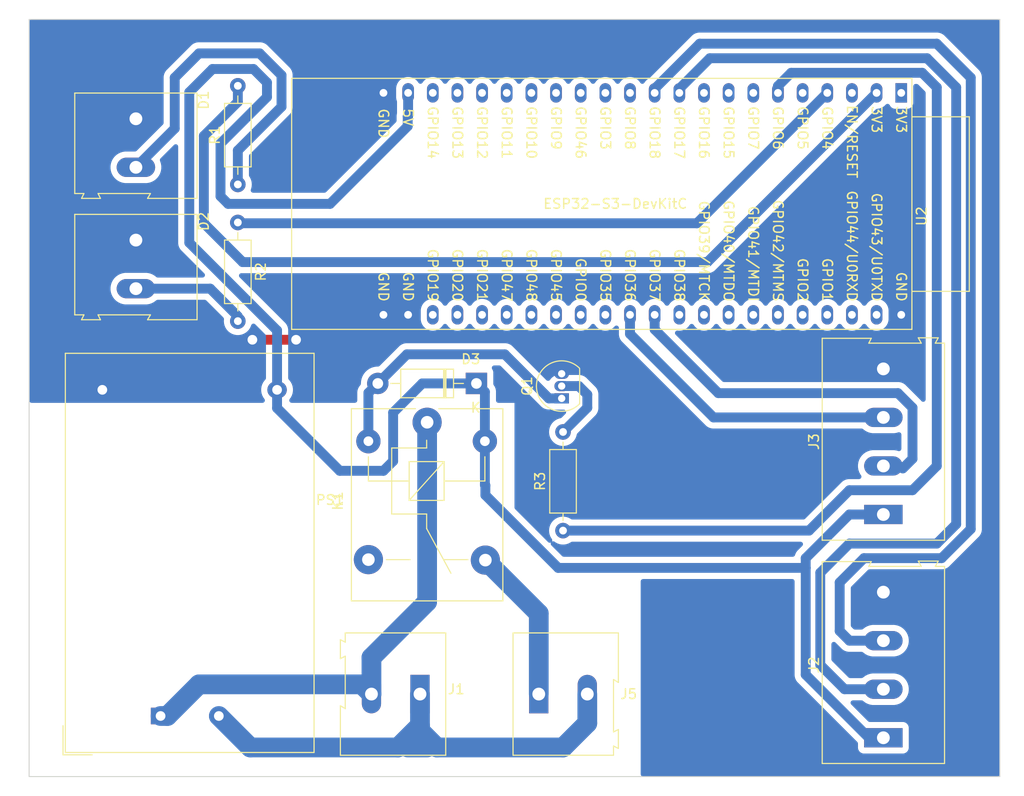
<source format=kicad_pcb>
(kicad_pcb (version 20240108) (generator "pcbnew") (generator_version "8.0")
  (layers (0 "F.Cu" signal) (31 "B.Cu" signal) (34 "B.Paste" user) (35 "F.Paste" user) (36 "B.SilkS" user "B.Silkscreen") (37 "F.SilkS" user "F.Silkscreen") (38 "B.Mask" user) (39 "F.Mask" user) (44 "Edge.Cuts" user))
  (net 0 "")
  (net 1 "5V")
  (net 2 "Net-(D3-A)")
  (net 3 "Net-(J5-Pin_1)")
  (net 4 "GND")
  (net 5 "Net-(Q1-B)")
  (net 7 "Net-(D1-A)")
  (net 8 "Net-(D2-A)")
  (net 16 "TX")
  (net 23 "RX")
  (net 24 "SCL")
  (net 34 "SDA")
  (net 36 "Net-(R1-Pad2)")
  (net 40 "Net-(U2-GPIO4{slash}ADC1_CH3)")
  (net 45 "RELE")
  (net 46 "Neutro")
  (net 47 "FASE")
  (footprint "TerminalBlock:TerminalBlock_Altech_AK300-2_P5.00mm" (layer "F.Cu") (at 79 54.735 -90)
    (property "Reference" "D2" (at -1.92 -6.99 90) (layer "F.SilkS"))
    (property "Value" "LED VERDE")
    (fp_line (start -2.65 6.3) (end 7.7 6.3) (stroke (width 0.12)) (layer "F.SilkS"))
    (fp_line (start 7.7 6.3) (end 7.7 5.35) (stroke (width 0.12)) (layer "F.SilkS"))
    (fp_line (start 8.2 5.6) (end 8.2 3.7) (stroke (width 0.12)) (layer "F.SilkS"))
    (fp_line (start 7.7 5.35) (end 8.2 5.6) (stroke (width 0.12)) (layer "F.SilkS"))
    (fp_line (start 7.7 3.9) (end 7.7 -1.5) (stroke (width 0.12)) (layer "F.SilkS"))
    (fp_line (start 8.2 3.7) (end 8.2 3.65) (stroke (width 0.12)) (layer "F.SilkS"))
    (fp_line (start 8.2 3.65) (end 7.7 3.9) (stroke (width 0.12)) (layer "F.SilkS"))
    (fp_line (start 8.2 -1.2) (end 8.2 -6.3) (stroke (width 0.12)) (layer "F.SilkS"))
    (fp_line (start 7.7 -1.5) (end 8.2 -1.2) (stroke (width 0.12)) (layer "F.SilkS"))
    (fp_line (start -2.65 -6.3) (end -2.65 6.3) (stroke (width 0.12)) (layer "F.SilkS"))
    (fp_line (start 8.2 -6.3) (end -2.65 -6.3) (stroke (width 0.12)) (layer "F.SilkS"))
    (pad "1" thru_hole rect (at 0 0 270) (size 1.98 3.96) (drill 1.32) (layers "*.Cu" "*.Mask") (net 4 "GND"))
    (pad "2" thru_hole oval (at 5 0 270) (size 1.98 3.96) (drill 1.32) (layers "*.Cu" "*.Mask") (net 8 "Net-(D2-A)"))
  )
  (footprint "TerminalBlock:TerminalBlock_Altech_AK300-4_P5.00mm" (layer "F.Cu") (at 156 83 90)
    (property "Reference" "J3" (at 7.5 -7.15 90) (layer "F.SilkS"))
    (property "Value" "LCD")
    (fp_line (start 18.15 -6.3) (end 18.15 -1.25) (stroke (width 0.12)) (layer "F.SilkS"))
    (fp_line (start -2.65 -6.3) (end 18.15 -6.3) (stroke (width 0.12)) (layer "F.SilkS"))
    (fp_line (start 17.65 -1.5) (end 17.65 3.9) (stroke (width 0.12)) (layer "F.SilkS"))
    (fp_line (start 18.15 -1.25) (end 17.65 -1.5) (stroke (width 0.12)) (layer "F.SilkS"))
    (fp_line (start 18.2 3.6) (end 18.2 5.65) (stroke (width 0.12)) (layer "F.SilkS"))
    (fp_line (start 17.65 3.9) (end 18.2 3.6) (stroke (width 0.12)) (layer "F.SilkS"))
    (fp_line (start 17.65 5.35) (end 17.65 6.3) (stroke (width 0.12)) (layer "F.SilkS"))
    (fp_line (start 18.2 5.65) (end 17.65 5.35) (stroke (width 0.12)) (layer "F.SilkS"))
    (fp_line (start 17.65 6.3) (end -2.65 6.3) (stroke (width 0.12)) (layer "F.SilkS"))
    (fp_line (start -2.65 6.3) (end -2.65 -6.3) (stroke (width 0.12)) (layer "F.SilkS"))
    (pad "1" thru_hole rect (at 0 0 90) (size 1.98 3.96) (drill 1.32) (layers "*.Cu" "*.Mask") (net 1 "5V"))
    (pad "2" thru_hole oval (at 5 0 90) (size 1.98 3.96) (drill 1.32) (layers "*.Cu" "*.Mask") (net 24 "SCL"))
    (pad "3" thru_hole oval (at 10 0 90) (size 1.98 3.96) (drill 1.32) (layers "*.Cu" "*.Mask") (net 34 "SDA"))
    (pad "4" thru_hole oval (at 15 0 90) (size 1.98 3.96) (drill 1.32) (layers "*.Cu" "*.Mask") (net 4 "GND"))
  )
  (footprint "Relay_THT:Relay_SPDT_SANYOU_SRD_Series_Form_C" (layer "F.Cu") (at 109 73.5 -90)
    (property "Reference" "K1" (at 8.1 9.2 90) (layer "F.SilkS"))
    (property "Value" "Rele")
    (fp_line (start 18.4 7.8) (end -1.4 7.8) (stroke (width 0.12)) (layer "F.SilkS"))
    (fp_line (start 3.55 6.05) (end 6.05 6.05) (stroke (width 0.12)) (layer "F.SilkS"))
    (fp_line (start 14.15 4.2) (end 14.15 1.75) (stroke (width 0.12)) (layer "F.SilkS"))
    (fp_line (start 9.45 3.65) (end 2.65 3.65) (stroke (width 0.12)) (layer "F.SilkS"))
    (fp_line (start 4.05 1.85) (end 4.05 -1.75) (stroke (width 0.12)) (layer "F.SilkS"))
    (fp_line (start 6.05 1.85) (end 6.05 6.05) (stroke (width 0.12)) (layer "F.SilkS"))
    (fp_line (start 8.05 1.85) (end 4.05 1.85) (stroke (width 0.12)) (layer "F.SilkS"))
    (fp_line (start 8.05 1.85) (end 4.05 -1.75) (stroke (width 0.12)) (layer "F.SilkS"))
    (fp_line (start -1.4 1.2) (end -1.4 7.8) (stroke (width 0.12)) (layer "F.SilkS"))
    (fp_line (start 2.65 0.05) (end 2.65 3.65) (stroke (width 0.12)) (layer "F.SilkS"))
    (fp_line (start 2.65 0.05) (end 1.85 0.05) (stroke (width 0.12)) (layer "F.SilkS"))
    (fp_line (start 9.45 0.05) (end 9.45 3.65) (stroke (width 0.12)) (layer "F.SilkS"))
    (fp_line (start 9.45 0.05) (end 10.95 0.05) (stroke (width 0.12)) (layer "F.SilkS"))
    (fp_line (start 10.95 0.05) (end 15.55 -2.45) (stroke (width 0.12)) (layer "F.SilkS"))
    (fp_line (start 4.05 -1.75) (end 8.05 -1.75) (stroke (width 0.12)) (layer "F.SilkS"))
    (fp_line (start 8.05 -1.75) (end 8.05 1.85) (stroke (width 0.12)) (layer "F.SilkS"))
    (fp_line (start 14.15 -4.2) (end 14.15 -1.7) (stroke (width 0.12)) (layer "F.SilkS"))
    (fp_line (start 6.05 -5.95) (end 6.05 -1.75) (stroke (width 0.12)) (layer "F.SilkS"))
    (fp_line (start 6.05 -5.95) (end 3.55 -5.95) (stroke (width 0.12)) (layer "F.SilkS"))
    (fp_line (start -1.4 -7.8) (end -1.4 -1.2) (stroke (width 0.12)) (layer "F.SilkS"))
    (fp_line (start -1.4 -7.8) (end 18.4 -7.8) (stroke (width 0.12)) (layer "F.SilkS"))
    (fp_line (start 18.4 -7.8) (end 18.4 7.8) (stroke (width 0.12)) (layer "F.SilkS"))
    (pad "1" thru_hole circle (at 0 0) (size 3 3) (drill 1.3) (layers "*.Cu" "*.Mask") (net 47 "FASE"))
    (pad "2" thru_hole circle (at 1.95 6.05) (size 2.5 2.5) (drill 1) (layers "*.Cu" "*.Mask") (net 2 "Net-(D3-A)"))
    (pad "3" thru_hole circle (at 14.15 6.05) (size 3 3) (drill 1.3) (layers "*.Cu" "*.Mask"))
    (pad "4" thru_hole circle (at 14.2 -6) (size 3 3) (drill 1.3) (layers "*.Cu" "*.Mask") (net 3 "Net-(J5-Pin_1)"))
    (pad "5" thru_hole circle (at 1.95 -5.95) (size 2.5 2.5) (drill 1) (layers "*.Cu" "*.Mask") (net 1 "5V"))
  )
  (footprint "Converter_ACDC:Converter_ACDC_Hi-Link_HLK-5Mxx" (layer "F.Cu") (at 81.5425 103.7575 90)
    (property "Reference" "PS1" (at 22.2575 17.4575 180) (layer "F.SilkS"))
    (property "Value" "HLK-5M05")
    (fp_line (start -4 -10.05) (end -1 -10.05) (stroke (width 0.12)) (layer "F.SilkS"))
    (fp_line (start 37.36 -9.81) (end 37.36 15.81) (stroke (width 0.12)) (layer "F.SilkS"))
    (fp_line (start -3.76 -9.81) (end 37.36 -9.81) (stroke (width 0.12)) (layer "F.SilkS"))
    (fp_line (start -3.76 -9.81) (end -3.76 15.81) (stroke (width 0.12)) (layer "F.SilkS"))
    (fp_line (start -4 -7.05) (end -4 -10.05) (stroke (width 0.12)) (layer "F.SilkS"))
    (fp_line (start -3.76 15.81) (end 37.36 15.81) (stroke (width 0.12)) (layer "F.SilkS"))
    (pad "1" thru_hole rect (at 0 0 90) (size 1.7 2) (drill 1) (layers "*.Cu" "*.Mask") (net 47 "FASE"))
    (pad "2" thru_hole oval (at 0 6 90) (size 1.7 2) (drill 1) (layers "*.Cu" "*.Mask") (net 46 "Neutro"))
    (pad "3" thru_hole oval (at 33.6 -6 90) (size 1.7 2) (drill 1) (layers "*.Cu" "*.Mask") (net 4 "GND"))
    (pad "4" thru_hole oval (at 33.6 12 90) (size 1.7 2) (drill 1) (layers "*.Cu" "*.Mask") (net 1 "5V"))
  )
  (footprint "Package_TO_SOT_THT:TO-92_Inline" (layer "F.Cu") (at 122.86 71.04 90)
    (property "Reference" "Q1" (at 1.27 -3.56 90) (layer "F.SilkS"))
    (property "Value" "BC547")
    (fp_line (start -0.53 1.85) (end 3.07 1.85) (stroke (width 0.12)) (layer "F.SilkS"))
    (fp_arc (start 1.27 -2.6) (mid 3.672087 -0.994977) (end 3.108478 1.838478) (stroke (width 0.12)) (layer "F.SilkS"))
    (fp_arc (start -0.568478 1.838478) (mid -1.132087 -0.994977) (end 1.27 -2.6) (stroke (width 0.12)) (layer "F.SilkS"))
    (pad "1" thru_hole rect (at 0 0 90) (size 1.05 1.5) (drill 0.75) (layers "*.Cu" "*.Mask") (net 2 "Net-(D3-A)"))
    (pad "2" thru_hole oval (at 1.27 0 90) (size 1.05 1.5) (drill 0.75) (layers "*.Cu" "*.Mask") (net 5 "Net-(Q1-B)"))
    (pad "3" thru_hole oval (at 2.54 0 90) (size 1.05 1.5) (drill 0.75) (layers "*.Cu" "*.Mask") (net 4 "GND"))
  )
  (footprint "Resistor_THT:R_Axial_DIN0207_L6.3mm_D2.5mm_P10.16mm_Horizontal" (layer "F.Cu") (at 89.5 52.92 -90)
    (property "Reference" "R2" (at 5.08 -2.37 90) (layer "F.SilkS"))
    (property "Value" "1K")
    (fp_line (start 1.81 1.37) (end 8.35 1.37) (stroke (width 0.12)) (layer "F.SilkS"))
    (fp_line (start 8.35 1.37) (end 8.35 -1.37) (stroke (width 0.12)) (layer "F.SilkS"))
    (fp_line (start 1.04 0) (end 1.81 0) (stroke (width 0.12)) (layer "F.SilkS"))
    (fp_line (start 9.12 0) (end 8.35 0) (stroke (width 0.12)) (layer "F.SilkS"))
    (fp_line (start 1.81 -1.37) (end 1.81 1.37) (stroke (width 0.12)) (layer "F.SilkS"))
    (fp_line (start 8.35 -1.37) (end 1.81 -1.37) (stroke (width 0.12)) (layer "F.SilkS"))
    (pad "1" thru_hole circle (at 0 0 270) (size 1.6 1.6) (drill 0.8) (layers "*.Cu" "*.Mask") (net 40 "Net-(U2-GPIO4{slash}ADC1_CH3)"))
    (pad "2" thru_hole oval (at 10.16 0 270) (size 1.6 1.6) (drill 0.8) (layers "*.Cu" "*.Mask") (net 8 "Net-(D2-A)"))
  )
  (footprint "Diode_THT:D_DO-41_SOD81_P10.16mm_Horizontal" (layer "F.Cu") (at 114.08 69.5 180)
    (property "Reference" "D3" (at 0.58 2.5 360) (layer "F.SilkS"))
    (property "Value" "1N4007")
    (fp_line (start 8.82 0) (end 7.8 0) (stroke (width 0.12)) (layer "F.SilkS"))
    (fp_line (start 7.8 1.47) (end 7.8 -1.47) (stroke (width 0.12)) (layer "F.SilkS"))
    (fp_line (start 7.8 -1.47) (end 2.36 -1.47) (stroke (width 0.12)) (layer "F.SilkS"))
    (fp_line (start 3.38 -1.47) (end 3.38 1.47) (stroke (width 0.12)) (layer "F.SilkS"))
    (fp_line (start 3.26 -1.47) (end 3.26 1.47) (stroke (width 0.12)) (layer "F.SilkS"))
    (fp_line (start 3.14 -1.47) (end 3.14 1.47) (stroke (width 0.12)) (layer "F.SilkS"))
    (fp_line (start 2.36 1.47) (end 7.8 1.47) (stroke (width 0.12)) (layer "F.SilkS"))
    (fp_line (start 2.36 -1.47) (end 2.36 1.47) (stroke (width 0.12)) (layer "F.SilkS"))
    (fp_line (start 1.34 0) (end 2.36 0) (stroke (width 0.12)) (layer "F.SilkS"))
    (fp_text user "K" (at 0.08 -2.5 360) (layer "F.SilkS"))
    (pad "1" thru_hole rect (at 0 0 180) (size 2.2 2.2) (drill 1.1) (layers "*.Cu" "*.Mask") (net 1 "5V"))
    (pad "2" thru_hole oval (at 10.16 0 180) (size 2.2 2.2) (drill 1.1) (layers "*.Cu" "*.Mask") (net 2 "Net-(D3-A)"))
  )
  (footprint "TerminalBlock:TerminalBlock_Altech_AK300-2_P5.00mm" (layer "F.Cu") (at 108.265 101.5 180)
    (property "Reference" "J1" (at -3.735 0.5 360) (layer "F.SilkS"))
    (property "Value" "Fonte AC")
    (fp_line (start 8.2 5.6) (end 8.2 3.7) (stroke (width 0.12)) (layer "F.SilkS"))
    (fp_line (start 8.2 3.7) (end 8.2 3.65) (stroke (width 0.12)) (layer "F.SilkS"))
    (fp_line (start 8.2 3.65) (end 7.7 3.9) (stroke (width 0.12)) (layer "F.SilkS"))
    (fp_line (start 8.2 -1.2) (end 8.2 -6.3) (stroke (width 0.12)) (layer "F.SilkS"))
    (fp_line (start 8.2 -6.3) (end -2.65 -6.3) (stroke (width 0.12)) (layer "F.SilkS"))
    (fp_line (start 7.7 6.3) (end 7.7 5.35) (stroke (width 0.12)) (layer "F.SilkS"))
    (fp_line (start 7.7 5.35) (end 8.2 5.6) (stroke (width 0.12)) (layer "F.SilkS"))
    (fp_line (start 7.7 3.9) (end 7.7 -1.5) (stroke (width 0.12)) (layer "F.SilkS"))
    (fp_line (start 7.7 -1.5) (end 8.2 -1.2) (stroke (width 0.12)) (layer "F.SilkS"))
    (fp_line (start -2.65 6.3) (end 7.7 6.3) (stroke (width 0.12)) (layer "F.SilkS"))
    (fp_line (start -2.65 -6.3) (end -2.65 6.3) (stroke (width 0.12)) (layer "F.SilkS"))
    (pad "1" thru_hole rect (at 0 0 180) (size 1.98 3.96) (drill 1.32) (layers "*.Cu" "*.Mask") (net 46 "Neutro"))
    (pad "2" thru_hole oval (at 5 0 180) (size 1.98 3.96) (drill 1.32) (layers "*.Cu" "*.Mask") (net 47 "FASE"))
  )
  (footprint "Resistor_THT:R_Axial_DIN0207_L6.3mm_D2.5mm_P10.16mm_Horizontal" (layer "F.Cu") (at 123 84.66 90)
    (property "Reference" "R3" (at 5.08 -2.37 90) (layer "F.SilkS"))
    (property "Value" "1K")
    (fp_line (start 8.35 -1.37) (end 1.81 -1.37) (stroke (width 0.12)) (layer "F.SilkS"))
    (fp_line (start 1.81 -1.37) (end 1.81 1.37) (stroke (width 0.12)) (layer "F.SilkS"))
    (fp_line (start 9.12 0) (end 8.35 0) (stroke (width 0.12)) (layer "F.SilkS"))
    (fp_line (start 1.04 0) (end 1.81 0) (stroke (width 0.12)) (layer "F.SilkS"))
    (fp_line (start 8.35 1.37) (end 8.35 -1.37) (stroke (width 0.12)) (layer "F.SilkS"))
    (fp_line (start 1.81 1.37) (end 8.35 1.37) (stroke (width 0.12)) (layer "F.SilkS"))
    (pad "1" thru_hole circle (at 0 0 90) (size 1.6 1.6) (drill 0.8) (layers "*.Cu" "*.Mask") (net 45 "RELE"))
    (pad "2" thru_hole oval (at 10.16 0 90) (size 1.6 1.6) (drill 0.8) (layers "*.Cu" "*.Mask") (net 5 "Net-(Q1-B)"))
  )
  (footprint "TerminalBlock:TerminalBlock_Altech_AK300-4_P5.00mm" (layer "F.Cu") (at 156 106 90)
    (property "Reference" "J2" (at 7.5 -7.15 90) (layer "F.SilkS"))
    (property "Value" "PZEM-004T")
    (fp_line (start 18.15 -6.3) (end 18.15 -1.25) (stroke (width 0.12)) (layer "F.SilkS"))
    (fp_line (start -2.65 -6.3) (end 18.15 -6.3) (stroke (width 0.12)) (layer "F.SilkS"))
    (fp_line (start 17.65 -1.5) (end 17.65 3.9) (stroke (width 0.12)) (layer "F.SilkS"))
    (fp_line (start 18.15 -1.25) (end 17.65 -1.5) (stroke (width 0.12)) (layer "F.SilkS"))
    (fp_line (start 18.2 3.6) (end 18.2 5.65) (stroke (width 0.12)) (layer "F.SilkS"))
    (fp_line (start 17.65 3.9) (end 18.2 3.6) (stroke (width 0.12)) (layer "F.SilkS"))
    (fp_line (start 17.65 5.35) (end 17.65 6.3) (stroke (width 0.12)) (layer "F.SilkS"))
    (fp_line (start 18.2 5.65) (end 17.65 5.35) (stroke (width 0.12)) (layer "F.SilkS"))
    (fp_line (start 17.65 6.3) (end -2.65 6.3) (stroke (width 0.12)) (layer "F.SilkS"))
    (fp_line (start -2.65 6.3) (end -2.65 -6.3) (stroke (width 0.12)) (layer "F.SilkS"))
    (pad "1" thru_hole rect (at 0 0 90) (size 1.98 3.96) (drill 1.32) (layers "*.Cu" "*.Mask") (net 1 "5V"))
    (pad "2" thru_hole oval (at 5 0 90) (size 1.98 3.96) (drill 1.32) (layers "*.Cu" "*.Mask") (net 23 "RX"))
    (pad "3" thru_hole oval (at 10 0 90) (size 1.98 3.96) (drill 1.32) (layers "*.Cu" "*.Mask") (net 16 "TX"))
    (pad "4" thru_hole oval (at 15 0 90) (size 1.98 3.96) (drill 1.32) (layers "*.Cu" "*.Mask") (net 4 "GND"))
  )
  (footprint "Resistor_THT:R_Axial_DIN0207_L6.3mm_D2.5mm_P10.16mm_Horizontal" (layer "F.Cu") (at 89.5 49 90)
    (property "Reference" "R1" (at 5.08 -2.37 90) (layer "F.SilkS"))
    (property "Value" "1K")
    (fp_line (start 8.35 -1.37) (end 1.81 -1.37) (stroke (width 0.12)) (layer "F.SilkS"))
    (fp_line (start 1.81 -1.37) (end 1.81 1.37) (stroke (width 0.12)) (layer "F.SilkS"))
    (fp_line (start 9.12 0) (end 8.35 0) (stroke (width 0.12)) (layer "F.SilkS"))
    (fp_line (start 1.04 0) (end 1.81 0) (stroke (width 0.12)) (layer "F.SilkS"))
    (fp_line (start 8.35 1.37) (end 8.35 -1.37) (stroke (width 0.12)) (layer "F.SilkS"))
    (fp_line (start 1.81 1.37) (end 8.35 1.37) (stroke (width 0.12)) (layer "F.SilkS"))
    (pad "1" thru_hole circle (at 0 0 90) (size 1.6 1.6) (drill 0.8) (layers "*.Cu" "*.Mask") (net 7 "Net-(D1-A)"))
    (pad "2" thru_hole oval (at 10.16 0 90) (size 1.6 1.6) (drill 0.8) (layers "*.Cu" "*.Mask") (net 36 "Net-(R1-Pad2)"))
  )
  (footprint "PCM_Espressif:ESP32-S3-DevKitC" (layer "F.Cu") (at 157.84 39.57 -90)
    (property "Reference" "U2" (at 12.7 -2.1 90) (layer "F.SilkS"))
    (property "Value" "ESP32-S3-DevKitC" (at 11.42632 29.46128 0) (layer "F.SilkS"))
    (fp_line (start -1.5 62.79728) (end 24.359999 62.79728) (stroke (width 0.12)) (layer "F.SilkS"))
    (fp_line (start 24.359999 62.79728) (end 24.36 -1.1) (stroke (width 0.12)) (layer "F.SilkS"))
    (fp_line (start -1.499999 -1.1) (end -1.5 62.79728) (stroke (width 0.12)) (layer "F.SilkS"))
    (fp_line (start 24.36 -1.1) (end -1.499999 -1.1) (stroke (width 0.12)) (layer "F.SilkS"))
    (fp_line (start 2.46012 -1.12032) (end 2.46012 -7.01312) (stroke (width 0.12)) (layer "F.SilkS"))
    (fp_line (start 2.46012 -7.01312) (end 20.44332 -7.01312) (stroke (width 0.12)) (layer "F.SilkS"))
    (fp_line (start 20.44332 -7.01312) (end 20.44332 -1.12032) (stroke (width 0.12)) (layer "F.SilkS"))
    (fp_text user "3V3" (at 1.27 2.54 -90) (layer "F.SilkS") (effects (justify left)))
    (fp_text user "GPIO19" (at 21.59 48.26 -90) (layer "F.SilkS") (effects (justify right)))
    (fp_text user "GPIO10" (at 1.27 38.1 -90) (layer "F.SilkS") (effects (justify left)))
    (fp_text user "GPIO14" (at 1.27 48.26 -90) (layer "F.SilkS") (effects (justify left)))
    (fp_text user "GPIO39/MTCK" (at 21.59 20.32 -90) (layer "F.SilkS") (effects (justify right)))
    (fp_text user "GPIO46" (at 1.27 33.02 -90) (layer "F.SilkS") (effects (justify left)))
    (fp_text user "GPIO18" (at 1.27 25.4 -90) (layer "F.SilkS") (effects (justify left)))
    (fp_text user "GPIO45" (at 21.59 35.56 -90) (layer "F.SilkS") (effects (justify right)))
    (fp_text user "GPIO3" (at 1.27 30.48 -90) (layer "F.SilkS") (effects (justify left)))
    (fp_text user "EN/RESET" (at 8.88632 5.07728 -90) (layer "F.SilkS") (effects (justify right)))
    (fp_text user "3V3" (at 1.27 0 -90) (layer "F.SilkS") (effects (justify left)))
    (fp_text user "GPIO5" (at 1.27 10.16 -90) (layer "F.SilkS") (effects (justify left)))
    (fp_text user "GPIO36" (at 21.59 27.94 -90) (layer "F.SilkS") (effects (justify right)))
    (fp_text user "GPIO13" (at 1.27 45.72 -90) (layer "F.SilkS") (effects (justify left)))
    (fp_text user "GPIO8" (at 1.27 27.94 -90) (layer "F.SilkS") (effects (justify left)))
    (fp_text user "GPIO11" (at 1.27 40.64 -90) (layer "F.SilkS") (effects (justify left)))
    (fp_text user "GPIO38" (at 21.59 22.86 -90) (layer "F.SilkS") (effects (justify right)))
    (fp_text user "GPIO41/MTDI" (at 21.59 15.24 -90) (layer "F.SilkS") (effects (justify right)))
    (fp_text user "GPIO6" (at 1.27 12.7 -90) (layer "F.SilkS") (effects (justify left)))
    (fp_text user "GPIO47" (at 21.59 40.64 -90) (layer "F.SilkS") (effects (justify right)))
    (fp_text user "GPIO43/U0TXD" (at 21.59 2.54 -90) (layer "F.SilkS") (effects (justify right)))
    (fp_text user "GPIO35" (at 21.59 30.48 -90) (layer "F.SilkS") (effects (justify right)))
    (fp_text user "GPIO1" (at 21.59 7.62 -90) (layer "F.SilkS") (effects (justify right)))
    (fp_text user "GPIO12" (at 1.27 43.18 -90) (layer "F.SilkS") (effects (justify left)))
    (fp_text user "GPIO20" (at 21.59 45.72 -90) (layer "F.SilkS") (effects (justify right)))
    (fp_text user "GPIO42/MTMS" (at 21.59 12.7 -90) (layer "F.SilkS") (effects (justify right)))
    (fp_text user "GND" (at 21.59 0 -90) (layer "F.SilkS") (effects (justify right)))
    (fp_text user "GPIO44/U0RXD" (at 21.59 5.08 -90) (layer "F.SilkS") (effects (justify right)))
    (fp_text user "GPIO40/MTDO" (at 21.59 17.78 -90) (layer "F.SilkS") (effects (justify right)))
    (fp_text user "GPIO16" (at 1.27 20.32 -90) (layer "F.SilkS") (effects (justify left)))
    (fp_text user "GPIO17" (at 1.27 22.86 -90) (layer "F.SilkS") (effects (justify left)))
    (fp_text user "GPIO7" (at 1.27 15.24 -90) (layer "F.SilkS") (effects (justify left)))
    (fp_text user "GPIO9" (at 1.27 35.56 -90) (layer "F.SilkS") (effects (justify left)))
    (fp_text user "GND" (at 21.59 50.8 -90) (layer "F.SilkS") (effects (justify right)))
    (fp_text user "GPIO48" (at 21.59 38.1 -90) (layer "F.SilkS") (effects (justify right)))
    (fp_text user "GPIO15" (at 1.27 17.78 -90) (layer "F.SilkS") (effects (justify left)))
    (fp_text user "GPIO4" (at 1.27 7.62 -90) (layer "F.SilkS") (effects (justify left)))
    (fp_text user "GPIO21" (at 21.59 43.18 -90) (layer "F.SilkS") (effects (justify right)))
    (fp_text user "GPIO37" (at 21.59 25.4 -90) (layer "F.SilkS") (effects (justify right)))
    (fp_text user "GND" (at 1.52032 53.33728 -90) (layer "F.SilkS") (effects (justify left)))
    (fp_text user "5V" (at 1.52032 50.79728 -90) (layer "F.SilkS") (effects (justify left)))
    (fp_text user "GPIO2" (at 21.59 10.16 -90) (layer "F.SilkS") (effects (justify right)))
    (fp_text user "GND" (at 21.59 53.34 -90) (layer "F.SilkS") (effects (justify right)))
    (fp_text user "GPIO0" (at 21.59 33.02 -90) (layer "F.SilkS") (effects (justify right)))
    (pad "1" thru_hole rect (at 0 0 180) (size 1.2 2) (drill 0.8) (layers "*.Cu" "*.Mask") (net 36 "Net-(R1-Pad2)"))
    (pad "2" thru_hole oval (at 0 2.54 180) (size 1.2 2) (drill 0.8) (layers "*.Cu" "*.Mask") (net 36 "Net-(R1-Pad2)"))
    (pad "3" thru_hole oval (at 0 5.08 180) (size 1.2 2) (drill 0.8) (layers "*.Cu" "*.Mask"))
    (pad "4" thru_hole oval (at 0 7.62 180) (size 1.2 2) (drill 0.8) (layers "*.Cu" "*.Mask") (net 40 "Net-(U2-GPIO4{slash}ADC1_CH3)"))
    (pad "5" thru_hole oval (at 0 10.16 180) (size 1.2 2) (drill 0.8) (layers "*.Cu" "*.Mask"))
    (pad "6" thru_hole oval (at 0 12.7 180) (size 1.2 2) (drill 0.8) (layers "*.Cu" "*.Mask") (net 45 "RELE"))
    (pad "7" thru_hole oval (at 0 15.24 180) (size 1.2 2) (drill 0.8) (layers "*.Cu" "*.Mask"))
    (pad "8" thru_hole oval (at 0 17.78 180) (size 1.2 2) (drill 0.8) (layers "*.Cu" "*.Mask"))
    (pad "9" thru_hole oval (at 0 20.32 180) (size 1.2 2) (drill 0.8) (layers "*.Cu" "*.Mask"))
    (pad "10" thru_hole oval (at 0 22.86 180) (size 1.2 2) (drill 0.8) (layers "*.Cu" "*.Mask") (net 23 "RX"))
    (pad "11" thru_hole oval (at 0 25.4 180) (size 1.2 2) (drill 0.8) (layers "*.Cu" "*.Mask") (net 16 "TX"))
    (pad "12" thru_hole oval (at 0 27.94 180) (size 1.2 2) (drill 0.8) (layers "*.Cu" "*.Mask"))
    (pad "13" thru_hole oval (at 0 30.48 180) (size 1.2 2) (drill 0.8) (layers "*.Cu" "*.Mask"))
    (pad "14" thru_hole oval (at 0 33.02 180) (size 1.2 2) (drill 0.8) (layers "*.Cu" "*.Mask"))
    (pad "15" thru_hole oval (at 0 35.56 180) (size 1.2 2) (drill 0.8) (layers "*.Cu" "*.Mask"))
    (pad "16" thru_hole oval (at 0 38.1 180) (size 1.2 2) (drill 0.8) (layers "*.Cu" "*.Mask"))
    (pad "17" thru_hole oval (at 0 40.64 180) (size 1.2 2) (drill 0.8) (layers "*.Cu" "*.Mask"))
    (pad "18" thru_hole oval (at 0 43.18 180) (size 1.2 2) (drill 0.8) (layers "*.Cu" "*.Mask"))
    (pad "19" thru_hole oval (at 0 45.72 180) (size 1.2 2) (drill 0.8) (layers "*.Cu" "*.Mask"))
    (pad "20" thru_hole oval (at -0.00368 48.25728 180) (size 1.2 2) (drill 0.8) (layers "*.Cu" "*.Mask"))
    (pad "21" thru_hole oval (at -0.00368 50.79728 180) (size 1.2 2) (drill 0.8) (layers "*.Cu" "*.Mask") (net 1 "5V"))
    (pad "22" thru_hole oval (at -0.00368 53.33728 180) (size 1.2 2) (drill 0.8) (layers "*.Cu" "*.Mask") (net 4 "GND"))
    (pad "23" thru_hole oval (at 22.86 53.34 180) (size 1.2 2) (drill 0.8) (layers "*.Cu" "*.Mask") (net 4 "GND"))
    (pad "24" thru_hole oval (at 22.86 50.8 180) (size 1.2 2) (drill 0.8) (layers "*.Cu" "*.Mask") (net 4 "GND"))
    (pad "25" thru_hole oval (at 22.86 48.26 180) (size 1.2 2) (drill 0.8) (layers "*.Cu" "*.Mask"))
    (pad "26" thru_hole oval (at 22.86 45.72 180) (size 1.2 2) (drill 0.8) (layers "*.Cu" "*.Mask"))
    (pad "27" thru_hole oval (at 22.86 43.18 180) (size 1.2 2) (drill 0.8) (layers "*.Cu" "*.Mask"))
    (pad "28" thru_hole oval (at 22.86 40.64 180) (size 1.2 2) (drill 0.8) (layers "*.Cu" "*.Mask"))
    (pad "29" thru_hole oval (at 22.86 38.1 180) (size 1.2 2) (drill 0.8) (layers "*.Cu" "*.Mask"))
    (pad "30" thru_hole oval (at 22.86 35.56 180) (size 1.2 2) (drill 0.8) (layers "*.Cu" "*.Mask"))
    (pad "31" thru_hole oval (at 22.86 33.02 180) (size 1.2 2) (drill 0.8) (layers "*.Cu" "*.Mask"))
    (pad "32" thru_hole oval (at 22.86 30.48 180) (size 1.2 2) (drill 0.8) (layers "*.Cu" "*.Mask"))
    (pad "33" thru_hole oval (at 22.86 27.94 180) (size 1.2 2) (drill 0.8) (layers "*.Cu" "*.Mask") (net 34 "SDA"))
    (pad "34" thru_hole oval (at 22.86 25.4 180) (size 1.2 2) (drill 0.8) (layers "*.Cu" "*.Mask") (net 24 "SCL"))
    (pad "35" thru_hole oval (at 22.86 22.86 180) (size 1.2 2) (drill 0.8) (layers "*.Cu" "*.Mask"))
    (pad "36" thru_hole oval (at 22.86 20.32 180) (size 1.2 2) (drill 0.8) (layers "*.Cu" "*.Mask"))
    (pad "37" thru_hole oval (at 22.86 17.78 180) (size 1.2 2) (drill 0.8) (layers "*.Cu" "*.Mask"))
    (pad "38" thru_hole oval (at 22.86 15.24 180) (size 1.2 2) (drill 0.8) (layers "*.Cu" "*.Mask"))
    (pad "39" thru_hole oval (at 22.86 12.7 180) (size 1.2 2) (drill 0.8) (layers "*.Cu" "*.Mask"))
    (pad "40" thru_hole oval (at 22.86 10.16 180) (size 1.2 2) (drill 0.8) (layers "*.Cu" "*.Mask"))
    (pad "41" thru_hole oval (at 22.86 7.62 180) (size 1.2 2) (drill 0.8) (layers "*.Cu" "*.Mask"))
    (pad "42" thru_hole oval (at 22.86 5.08 180) (size 1.2 2) (drill 0.8) (layers "*.Cu" "*.Mask"))
    (pad "43" thru_hole oval (at 22.86 2.54 180) (size 1.2 2) (drill 0.8) (layers "*.Cu" "*.Mask"))
    (pad "44" thru_hole oval (at 22.86 0 180) (size 1.2 2) (drill 0.8) (layers "*.Cu" "*.Mask") (net 4 "GND"))
  )
  (footprint "TerminalBlock:TerminalBlock_Altech_AK300-2_P5.00mm" (layer "F.Cu") (at 79 42.235 -90)
    (property "Reference" "D1" (at -1.92 -6.99 90) (layer "F.SilkS"))
    (property "Value" "LED VERMELHO")
    (fp_line (start -2.65 6.3) (end 7.7 6.3) (stroke (width 0.12)) (layer "F.SilkS"))
    (fp_line (start 7.7 6.3) (end 7.7 5.35) (stroke (width 0.12)) (layer "F.SilkS"))
    (fp_line (start 8.2 5.6) (end 8.2 3.7) (stroke (width 0.12)) (layer "F.SilkS"))
    (fp_line (start 7.7 5.35) (end 8.2 5.6) (stroke (width 0.12)) (layer "F.SilkS"))
    (fp_line (start 7.7 3.9) (end 7.7 -1.5) (stroke (width 0.12)) (layer "F.SilkS"))
    (fp_line (start 8.2 3.7) (end 8.2 3.65) (stroke (width 0.12)) (layer "F.SilkS"))
    (fp_line (start 8.2 3.65) (end 7.7 3.9) (stroke (width 0.12)) (layer "F.SilkS"))
    (fp_line (start 8.2 -1.2) (end 8.2 -6.3) (stroke (width 0.12)) (layer "F.SilkS"))
    (fp_line (start 7.7 -1.5) (end 8.2 -1.2) (stroke (width 0.12)) (layer "F.SilkS"))
    (fp_line (start -2.65 -6.3) (end -2.65 6.3) (stroke (width 0.12)) (layer "F.SilkS"))
    (fp_line (start 8.2 -6.3) (end -2.65 -6.3) (stroke (width 0.12)) (layer "F.SilkS"))
    (pad "1" thru_hole rect (at 0 0 270) (size 1.98 3.96) (drill 1.32) (layers "*.Cu" "*.Mask") (net 4 "GND"))
    (pad "2" thru_hole oval (at 5 0 270) (size 1.98 3.96) (drill 1.32) (layers "*.Cu" "*.Mask") (net 7 "Net-(D1-A)"))
  )
  (footprint "TerminalBlock:TerminalBlock_Altech_AK300-2_P5.00mm" (layer "F.Cu") (at 120.5 101.5)
    (property "Reference" "J5" (at 9.265 0 360) (layer "F.SilkS"))
    (property "Value" "Carga")
    (fp_line (start -2.65 -6.3) (end -2.65 6.3) (stroke (width 0.12)) (layer "F.SilkS"))
    (fp_line (start -2.65 6.3) (end 7.7 6.3) (stroke (width 0.12)) (layer "F.SilkS"))
    (fp_line (start 7.7 -1.5) (end 8.2 -1.2) (stroke (width 0.12)) (layer "F.SilkS"))
    (fp_line (start 7.7 3.9) (end 7.7 -1.5) (stroke (width 0.12)) (layer "F.SilkS"))
    (fp_line (start 7.7 5.35) (end 8.2 5.6) (stroke (width 0.12)) (layer "F.SilkS"))
    (fp_line (start 7.7 6.3) (end 7.7 5.35) (stroke (width 0.12)) (layer "F.SilkS"))
    (fp_line (start 8.2 -6.3) (end -2.65 -6.3) (stroke (width 0.12)) (layer "F.SilkS"))
    (fp_line (start 8.2 -1.2) (end 8.2 -6.3) (stroke (width 0.12)) (layer "F.SilkS"))
    (fp_line (start 8.2 3.65) (end 7.7 3.9) (stroke (width 0.12)) (layer "F.SilkS"))
    (fp_line (start 8.2 3.7) (end 8.2 3.65) (stroke (width 0.12)) (layer "F.SilkS"))
    (fp_line (start 8.2 5.6) (end 8.2 3.7) (stroke (width 0.12)) (layer "F.SilkS"))
    (pad "1" thru_hole rect (at 0 0) (size 1.98 3.96) (drill 1.32) (layers "*.Cu" "*.Mask") (net 3 "Net-(J5-Pin_1)"))
    (pad "2" thru_hole oval (at 5 0) (size 1.98 3.96) (drill 1.32) (layers "*.Cu" "*.Mask") (net 46 "Neutro"))
  )
  (gr_rect (start 68 32) (end 168 110) (stroke (width 0.1)) (fill none) (layer "Edge.Cuts"))
  (segment (start 93.5425 72.0425) (end 93.5425 70.1575) (width 1.016) (layer "B.Cu") (net 1))
  (segment (start 107 43) (end 107 42) (width 1.016) (layer "B.Cu") (net 1))
  (segment (start 152.5 83) (end 156 83) (width 1.016) (layer "B.Cu") (net 1))
  (segment (start 115 80) (end 115 81) (width 1.016) (layer "B.Cu") (net 1))
  (segment (start 88.5 51) (end 99 51) (width 1.016) (layer "B.Cu") (net 1))
  (segment (start 104.5 78.5) (end 100 78.5) (width 1.016) (layer "B.Cu") (net 1))
  (segment (start 100 78.5) (end 93.5425 72.0425) (width 1.016) (layer "B.Cu") (net 1))
  (segment (start 114.95 79.95) (end 115 80) (width 1.016) (layer "B.Cu") (net 1))
  (segment (start 92.5 40) (end 87.716 44.784) (width 1.016) (layer "B.Cu") (net 1))
  (segment (start 108.5 69.5) (end 105.5 72.5) (width 1.016) (layer "B.Cu") (net 1))
  (segment (start 148 88.5) (end 148 87.5) (width 1.016) (layer "B.Cu") (net 1))
  (segment (start 122.5 88.5) (end 148 88.5) (width 1.016) (layer "B.Cu") (net 1))
  (segment (start 105.5 77.5) (end 104.5 78.5) (width 1.016) (layer "B.Cu") (net 1))
  (segment (start 91.109842 37.109842) (end 92.5 38.5) (width 1.016) (layer "B.Cu") (net 1))
  (segment (start 84.5 55) (end 84.5 39.5) (width 1.016) (layer "B.Cu") (net 1))
  (segment (start 93.5425 64.0425) (end 84.5 55) (width 1.016) (layer "B.Cu") (net 1))
  (segment (start 115 81) (end 122.5 88.5) (width 1.016) (layer "B.Cu") (net 1))
  (segment (start 107.04272 41.95728) (end 107.04272 39.56632) (width 1.016) (layer "B.Cu") (net 1))
  (segment (start 86.890158 37.109842) (end 91.109842 37.109842) (width 1.016) (layer "B.Cu") (net 1))
  (segment (start 156 106) (end 154.5 106) (width 1.016) (layer "B.Cu") (net 1))
  (segment (start 148 87.5) (end 152.5 83) (width 1.016) (layer "B.Cu") (net 1))
  (segment (start 114.08 69.5) (end 108.5 69.5) (width 1.016) (layer "B.Cu") (net 1))
  (segment (start 84.5 39.5) (end 86.890158 37.109842) (width 1.016) (layer "B.Cu") (net 1))
  (segment (start 99 51) (end 107 43) (width 1.016) (layer "B.Cu") (net 1))
  (segment (start 93.5425 70.1575) (end 93.5425 64.0425) (width 1.016) (layer "B.Cu") (net 1))
  (segment (start 87.716 44.784) (end 87.716 50.216) (width 1.016) (layer "B.Cu") (net 1))
  (segment (start 114.95 75.45) (end 114.95 70.37) (width 1.016) (layer "B.Cu") (net 1))
  (segment (start 105.5 72.5) (end 105.5 77.5) (width 1.016) (layer "B.Cu") (net 1))
  (segment (start 114.95 70.37) (end 114.08 69.5) (width 1.016) (layer "B.Cu") (net 1))
  (segment (start 148 99.5) (end 148 88.5) (width 1.016) (layer "B.Cu") (net 1))
  (segment (start 92.5 38.5) (end 92.5 40) (width 1.016) (layer "B.Cu") (net 1))
  (segment (start 114.95 75.45) (end 114.95 79.95) (width 1.016) (layer "B.Cu") (net 1))
  (segment (start 107 42) (end 107.04272 41.95728) (width 1.016) (layer "B.Cu") (net 1))
  (segment (start 154.5 106) (end 148 99.5) (width 1.016) (layer "B.Cu") (net 1))
  (segment (start 87.716 50.216) (end 88.5 51) (width 1.016) (layer "B.Cu") (net 1))
  (segment (start 121.54 71.04) (end 117 66.5) (width 1.016) (layer "B.Cu") (net 2))
  (segment (start 117 66.5) (end 106.92 66.5) (width 1.016) (layer "B.Cu") (net 2))
  (segment (start 102.95 75.45) (end 102.95 70.47) (width 1.016) (layer "B.Cu") (net 2))
  (segment (start 106.92 66.5) (end 103.92 69.5) (width 1.016) (layer "B.Cu") (net 2))
  (segment (start 102.95 70.47) (end 103.92 69.5) (width 1.016) (layer "B.Cu") (net 2))
  (segment (start 122.86 71.04) (end 121.54 71.04) (width 1.016) (layer "B.Cu") (net 2))
  (segment (start 120.5 101.5) (end 120.5 93.2) (width 2.032) (layer "B.Cu") (net 3))
  (segment (start 120.5 93.2) (end 115 87.7) (width 2.032) (layer "B.Cu") (net 3))
  (segment (start 95.5 65) (end 91 65) (width 1.016) (layer "F.Cu") (net 4))
  (via (at 95.5 65) (size 1.5) (drill 1) (layers "F.Cu" "B.Cu") (net 4))
  (via (at 91 65) (size 1.5) (drill 1) (layers "F.Cu" "B.Cu") (net 4))
  (segment (start 124.626 69.77) (end 125.5 70.644) (width 1.016) (layer "B.Cu") (net 5))
  (segment (start 125.5 72) (end 123 74.5) (width 1.016) (layer "B.Cu") (net 5))
  (segment (start 122.86 69.77) (end 124.626 69.77) (width 1.016) (layer "B.Cu") (net 5))
  (segment (start 125.5 70.644) (end 125.5 72) (width 1.016) (layer "B.Cu") (net 5))
  (segment (start 83 43.235) (end 79 47.235) (width 1.016) (layer "B.Cu") (net 7))
  (segment (start 89.5 49) (end 89.5 45.5) (width 1.016) (layer "B.Cu") (net 7))
  (segment (start 89.5 45.5) (end 94 41) (width 1.016) (layer "B.Cu") (net 7))
  (segment (start 91.75 35.5) (end 85.5 35.5) (width 1.016) (layer "B.Cu") (net 7))
  (segment (start 85.5 35.5) (end 83 38) (width 1.016) (layer "B.Cu") (net 7))
  (segment (start 94 41) (end 94 37.75) (width 1.016) (layer "B.Cu") (net 7))
  (segment (start 94 37.75) (end 91.75 35.5) (width 1.016) (layer "B.Cu") (net 7))
  (segment (start 83 38) (end 83 43.235) (width 1.016) (layer "B.Cu") (net 7))
  (segment (start 86.655 59.735) (end 79 59.735) (width 1.016) (layer "B.Cu") (net 8))
  (segment (start 89.5 62.58) (end 86.655 59.735) (width 1.016) (layer "B.Cu") (net 8))
  (segment (start 132.44 39.57) (end 132.44 39.14) (width 1.016) (layer "B.Cu") (net 16))
  (segment (start 132.44 39.14) (end 137.08 34.5) (width 1.016) (layer "B.Cu") (net 16))
  (segment (start 152.5 96) (end 156 96) (width 1.016) (layer "B.Cu") (net 16))
  (segment (start 165 84.5) (end 162 87.5) (width 1.016) (layer "B.Cu") (net 16))
  (segment (start 162 87.5) (end 154 87.5) (width 1.016) (layer "B.Cu") (net 16))
  (segment (start 165 38) (end 165 84.5) (width 1.016) (layer "B.Cu") (net 16))
  (segment (start 151.5 95) (end 152.5 96) (width 1.016) (layer "B.Cu") (net 16))
  (segment (start 151.5 90) (end 151.5 95) (width 1.016) (layer "B.Cu") (net 16))
  (segment (start 137.08 34.5) (end 161.5 34.5) (width 1.016) (layer "B.Cu") (net 16))
  (segment (start 154 87.5) (end 151.5 90) (width 1.016) (layer "B.Cu") (net 16))
  (segment (start 161.5 34.5) (end 165 38) (width 1.016) (layer "B.Cu") (net 16))
  (segment (start 149.5 98.5) (end 152 101) (width 1.016) (layer "B.Cu") (net 23))
  (segment (start 163.5 39) (end 163.5 84) (width 1.016) (layer "B.Cu") (net 23))
  (segment (start 138.12 36) (end 160.5 36) (width 1.016) (layer "B.Cu") (net 23))
  (segment (start 160.5 36) (end 163.5 39) (width 1.016) (layer "B.Cu") (net 23))
  (segment (start 161.5 86) (end 152.5 86) (width 1.016) (layer "B.Cu") (net 23))
  (segment (start 152 101) (end 156 101) (width 1.016) (layer "B.Cu") (net 23))
  (segment (start 163.5 84) (end 161.5 86) (width 1.016) (layer "B.Cu") (net 23))
  (segment (start 134.98 39.57) (end 134.98 39.14) (width 1.016) (layer "B.Cu") (net 23))
  (segment (start 152.5 86) (end 149.5 89) (width 1.016) (layer "B.Cu") (net 23))
  (segment (start 134.98 39.14) (end 138.12 36) (width 1.016) (layer "B.Cu") (net 23))
  (segment (start 149.5 89) (end 149.5 98.5) (width 1.016) (layer "B.Cu") (net 23))
  (segment (start 159 72) (end 157.5 70.5) (width 1.016) (layer "B.Cu") (net 24))
  (segment (start 159 77.26) (end 159 72) (width 1.016) (layer "B.Cu") (net 24))
  (segment (start 157.5 70.5) (end 139 70.5) (width 1.016) (layer "B.Cu") (net 24))
  (segment (start 158 78.26) (end 159 77.26) (width 1.016) (layer "B.Cu") (net 24))
  (segment (start 132.44 63.94) (end 132.44 62) (width 1.016) (layer "B.Cu") (net 24))
  (segment (start 139 70.5) (end 132.44 63.94) (width 1.016) (layer "B.Cu") (net 24))
  (segment (start 138.5 73) (end 156 73) (width 1.016) (layer "B.Cu") (net 34))
  (segment (start 129.9 64.4) (end 138.5 73) (width 1.016) (layer "B.Cu") (net 34))
  (segment (start 129.9 62) (end 129.9 64.4) (width 1.016) (layer "B.Cu") (net 34))
  (segment (start 137.87 57) (end 155.3 39.57) (width 1.016) (layer "B.Cu") (net 36))
  (segment (start 90 57) (end 137.87 57) (width 1.016) (layer "B.Cu") (net 36))
  (segment (start 89.5 40.5) (end 86 44) (width 1.016) (layer "B.Cu") (net 36))
  (segment (start 89.5 38.84) (end 89.5 40.5) (width 1.016) (layer "B.Cu") (net 36))
  (segment (start 86 44) (end 86 53) (width 1.016) (layer "B.Cu") (net 36))
  (segment (start 86 53) (end 90 57) (width 1.016) (layer "B.Cu") (net 36))
  (segment (start 89.5 52.92) (end 89.58 53) (width 1.016) (layer "B.Cu") (net 40))
  (segment (start 136.79 53) (end 150.22 39.57) (width 1.016) (layer "B.Cu") (net 40))
  (segment (start 89.58 53) (end 136.79 53) (width 1.016) (layer "B.Cu") (net 40))
  (segment (start 146.5 37.5) (end 145.14 38.86) (width 1.016) (layer "B.Cu") (net 45))
  (segment (start 159 80.5) (end 161.5 78) (width 1.016) (layer "B.Cu") (net 45))
  (segment (start 160 37.5) (end 146.5 37.5) (width 1.016) (layer "B.Cu") (net 45))
  (segment (start 161.5 78) (end 161.5 39) (width 1.016) (layer "B.Cu") (net 45))
  (segment (start 145.14 38.86) (end 145.14 39.57) (width 1.016) (layer "B.Cu") (net 45))
  (segment (start 161.5 39) (end 160 37.5) (width 1.016) (layer "B.Cu") (net 45))
  (segment (start 148.34 84.66) (end 152.5 80.5) (width 1.016) (layer "B.Cu") (net 45))
  (segment (start 152.5 80.5) (end 159 80.5) (width 1.016) (layer "B.Cu") (net 45))
  (segment (start 123 84.66) (end 148.34 84.66) (width 1.016) (layer "B.Cu") (net 45))
  (segment (start 108.265 104.735) (end 106 107) (width 2.032) (layer "B.Cu") (net 46))
  (segment (start 108 106) (end 108.5 105.5) (width 1.016) (layer "B.Cu") (net 46))
  (segment (start 108.265 105.265) (end 108.5 105.5) (width 1.016) (layer "B.Cu") (net 46))
  (segment (start 90.785 107) (end 106 107) (width 2.032) (layer "B.Cu") (net 46))
  (segment (start 107 107) (end 109 107) (width 2.032) (layer "B.Cu") (net 46))
  (segment (start 108.5 105.5) (end 110 107) (width 2.032) (layer "B.Cu") (net 46))
  (segment (start 109 107) (end 110 107) (width 1.016) (layer "B.Cu") (net 46))
  (segment (start 109 107) (end 108 106) (width 1.016) (layer "B.Cu") (net 46))
  (segment (start 106 107) (end 107 107) (width 1.016) (layer "B.Cu") (net 46))
  (segment (start 125.5 104.5) (end 125.5 101.5) (width 2.032) (layer "B.Cu") (net 46))
  (segment (start 108.265 101.5) (end 108.265 104.735) (width 1.016) (layer "B.Cu") (net 46))
  (segment (start 108.265 101.5) (end 108.265 105.265) (width 2.032) (layer "B.Cu") (net 46))
  (segment (start 123 107) (end 125.5 104.5) (width 2.032) (layer "B.Cu") (net 46))
  (segment (start 107 107) (end 108 106) (width 1.016) (layer "B.Cu") (net 46))
  (segment (start 87.5425 103.7575) (end 90.785 107) (width 2.032) (layer "B.Cu") (net 46))
  (segment (start 110 107) (end 123 107) (width 2.032) (layer "B.Cu") (net 46))
  (segment (start 82.2425 103.7575) (end 85.5 100.5) (width 2.032) (layer "B.Cu") (net 47))
  (segment (start 85.5 100.5) (end 102.265 100.5) (width 2.032) (layer "B.Cu") (net 47))
  (segment (start 103.265 101.5) (end 103.265 97.735) (width 2.032) (layer "B.Cu") (net 47))
  (segment (start 109 92) (end 109 73.5) (width 2.032) (layer "B.Cu") (net 47))
  (segment (start 103.265 97.735) (end 109 92) (width 2.032) (layer "B.Cu") (net 47))
  (segment (start 102.265 100.5) (end 103.265 101.5) (width 2.032) (layer "B.Cu") (net 47))
  (segment (start 81.5425 103.7575) (end 82.2425 103.7575) (width 2.032) (layer "B.Cu") (net 47))
  (zone (net 4) (net_name "GND") (layer "B.Cu") (connect_pads yes (clearance 0.635)) (min_thickness 0.508) (fill yes (thermal_gap 0.5) (thermal_bridge_width 0.635))
    (polygon (pts (xy 65 30) (xy 170.5 30) (xy 170.5 112) (xy 65 112)))
  )
  (zone (net 0) (net_name "") (layer "B.Cu") (connect_pads (clearance 0)) (min_thickness 0.25)
    (keepout (tracks allowed) (vias allowed) (pads allowed) (copperpour not_allowed) (footprints allowed))
    (fill (thermal_gap 0.5) (thermal_bridge_width 0.5))
    (polygon (pts (xy 118 71.5) (xy 118 88) (xy 131 88) (xy 131 112) (xy 65 112) (xy 65 71.5) (xy 68.5 71.5)))
  )
)
</source>
